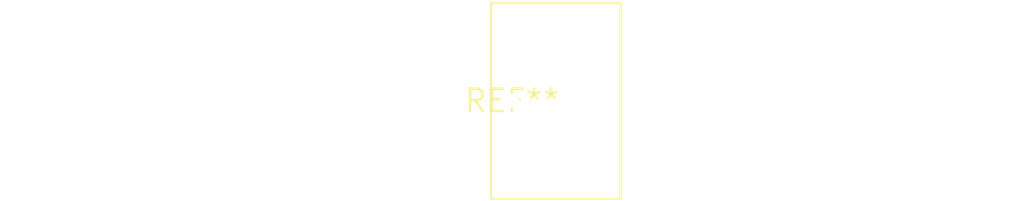
<source format=kicad_pcb>
(kicad_pcb (version 20240108) (generator pcbnew)
  (layers (0 "F.Cu" signal) (31 "B.Cu" signal) (34 "B.Paste" user) (35 "F.Paste" user) (36 "B.SilkS" user "B.Silkscreen") (37 "F.SilkS" user "F.Silkscreen") (38 "B.Mask" user) (39 "F.Mask" user) (44 "Edge.Cuts" user))
  (net 0 "")
  (footprint "C_Rect_L7.2mm_W11.0mm_P5.00mm_FKS2_FKP2_MKS2_MKP2" (layer "F.Cu") (at 0 0)
    (property "Reference" "REF**")
    (property "Value" "C_Rect_L7.2mm_W11.0mm_P5.00mm_FKS2_FKP2_MKS2_MKP2")
    (fp_line (start -1.22 -5.62) (end -1.22 5.62) (layer "F.SilkS") (stroke (width 0.12)))
    (fp_line (start -1.22 -5.62) (end 6.22 -5.62) (layer "F.SilkS") (stroke (width 0.12)))
    (fp_line (start -1.22 5.62) (end 6.22 5.62) (layer "F.SilkS") (stroke (width 0.12)))
    (fp_line (start 6.22 -5.62) (end 6.22 5.62) (layer "F.SilkS") (stroke (width 0.12)))
    (pad "1" thru_hole circle (at 0 0) (size 1.6 1.6) (drill 0.8) (layers *.Cu *.Mask) (remove_unused_layers))
    (pad "2" thru_hole circle (at 5 0) (size 1.6 1.6) (drill 0.8) (layers *.Cu *.Mask) (remove_unused_layers))
  )
)
</source>
